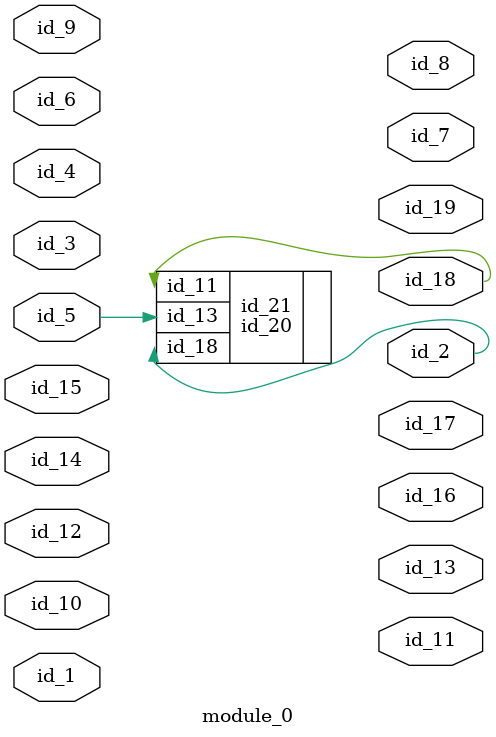
<source format=v>
module module_0 (
    id_1,
    id_2,
    id_3,
    id_4,
    id_5,
    id_6,
    id_7,
    id_8,
    id_9,
    id_10,
    id_11,
    id_12,
    id_13,
    id_14,
    id_15,
    id_16,
    id_17,
    id_18,
    id_19
);
  output id_19;
  output id_18;
  output id_17;
  output id_16;
  input id_15;
  input id_14;
  output id_13;
  input id_12;
  output id_11;
  input id_10;
  input id_9;
  output id_8;
  output id_7;
  input id_6;
  input id_5;
  input id_4;
  input id_3;
  output id_2;
  input id_1;
  always @(posedge id_10) id_9[id_4+:id_11] <= id_7;
  id_20 id_21 (
      .id_18(id_10),
      .id_18(id_17),
      .id_13(id_5),
      .id_11(id_18),
      .id_18(id_2)
  );
endmodule

</source>
